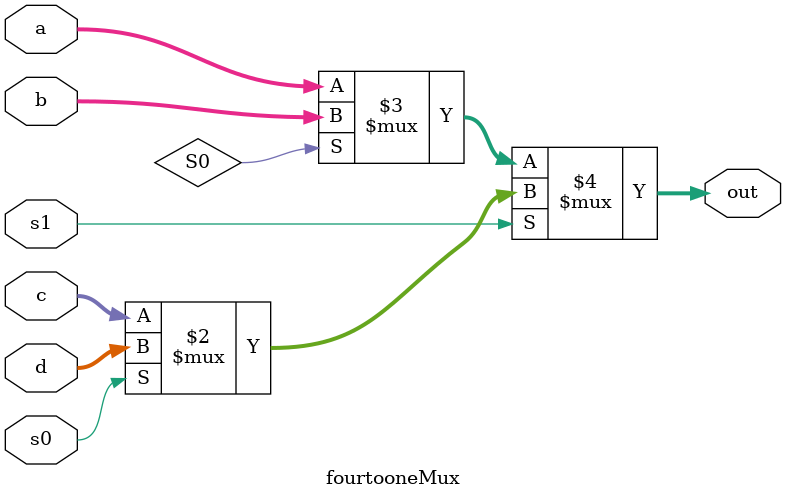
<source format=v>
module fourtooneMux(output reg [31:0] out, input wire [31:0] a, b, c, d, input wire s0, s1);
		always @(*)
			begin
				out = s1 ? (s0 ? d : c) : (S0 ? b : a);
			end
endmodule

</source>
